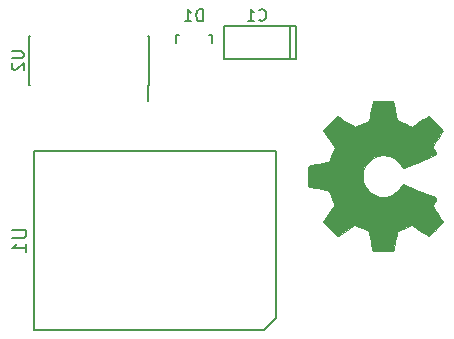
<source format=gbo>
%FSLAX46Y46*%
G04 Gerber Fmt 4.6, Leading zero omitted, Abs format (unit mm)*
G04 Created by KiCad (PCBNEW (2014-10-27 BZR 5228)-product) date 5/3/2015 5:03:20 PM*
%MOMM*%
G01*
G04 APERTURE LIST*
%ADD10C,0.100000*%
%ADD11C,0.150000*%
%ADD12C,0.200000*%
%ADD13C,0.002540*%
%ADD14R,6.350000X1.016000*%
%ADD15R,7.366000X1.016000*%
%ADD16R,0.800100X0.800100*%
%ADD17R,0.406400X1.397000*%
%ADD18R,0.600000X1.500000*%
%ADD19R,1.950720X2.499360*%
G04 APERTURE END LIST*
D10*
D11*
X23592840Y-2651760D02*
X23641100Y-2651760D01*
X26391820Y-3352800D02*
X26391820Y-2651760D01*
X26391820Y-2651760D02*
X26142900Y-2651760D01*
X23592840Y-2651760D02*
X23392180Y-2651760D01*
X23392180Y-2651760D02*
X23392180Y-3352800D01*
D12*
X31826200Y-26622500D02*
X30826200Y-27622500D01*
X30826200Y-27622500D02*
X11353800Y-27622500D01*
X11353800Y-27622500D02*
X11353800Y-12509500D01*
X11353800Y-12509500D02*
X31826200Y-12509500D01*
X31826200Y-12509500D02*
X31826200Y-26622500D01*
D11*
X21077000Y-6901000D02*
X20972000Y-6901000D01*
X21077000Y-2751000D02*
X20972000Y-2751000D01*
X10927000Y-2751000D02*
X11032000Y-2751000D01*
X10927000Y-6901000D02*
X11032000Y-6901000D01*
X21077000Y-6901000D02*
X21077000Y-2751000D01*
X10927000Y-6901000D02*
X10927000Y-2751000D01*
X20972000Y-6901000D02*
X20972000Y-8276000D01*
X33020000Y-4699000D02*
X33020000Y-1905000D01*
X33528000Y-4699000D02*
X27432000Y-4699000D01*
X27432000Y-4699000D02*
X27432000Y-1905000D01*
X27432000Y-1905000D02*
X33528000Y-1905000D01*
X33528000Y-1905000D02*
X33528000Y-4699000D01*
D13*
G36*
X45963840Y-10754360D02*
X45928280Y-10822940D01*
X45834300Y-10970260D01*
X45697140Y-11183620D01*
X45526960Y-11432540D01*
X45356780Y-11684000D01*
X45219620Y-11892280D01*
X45125640Y-12037060D01*
X45092620Y-12098020D01*
X45105320Y-12128500D01*
X45163740Y-12250420D01*
X45252640Y-12423140D01*
X45303440Y-12522200D01*
X45374560Y-12682220D01*
X45387260Y-12760960D01*
X45364400Y-12773660D01*
X45242480Y-12832080D01*
X45036740Y-12923520D01*
X44759880Y-13045440D01*
X44437300Y-13182600D01*
X44089320Y-13329920D01*
X43736260Y-13477240D01*
X43398440Y-13616940D01*
X43093640Y-13741400D01*
X42847260Y-13840460D01*
X42674540Y-13906500D01*
X42600880Y-13929360D01*
X42585640Y-13921740D01*
X42506900Y-13843000D01*
X42402760Y-13703300D01*
X42158920Y-13403580D01*
X41790620Y-13106400D01*
X41368980Y-12926060D01*
X40901620Y-12867640D01*
X40467280Y-12918440D01*
X40050720Y-13088620D01*
X39677340Y-13378180D01*
X39397940Y-13731240D01*
X39222680Y-14142720D01*
X39166800Y-14605000D01*
X39215060Y-15046960D01*
X39382700Y-15473680D01*
X39667180Y-15847060D01*
X39850060Y-16004540D01*
X40231060Y-16222980D01*
X40637460Y-16347440D01*
X40741600Y-16360140D01*
X41186100Y-16342360D01*
X41612820Y-16210280D01*
X41996360Y-15974060D01*
X42308780Y-15648940D01*
X42339260Y-15608300D01*
X42451020Y-15455900D01*
X42529760Y-15354300D01*
X42595800Y-15275560D01*
X43962320Y-15841980D01*
X44180760Y-15933420D01*
X44554140Y-16088360D01*
X44874180Y-16225520D01*
X45130720Y-16334740D01*
X45303440Y-16410940D01*
X45372020Y-16443960D01*
X45374560Y-16449040D01*
X45384720Y-16497300D01*
X45346620Y-16603980D01*
X45252640Y-16791940D01*
X45189140Y-16918940D01*
X45118020Y-17063720D01*
X45092620Y-17129760D01*
X45123100Y-17185640D01*
X45214540Y-17325340D01*
X45349160Y-17528540D01*
X45514260Y-17772380D01*
X45674280Y-18003520D01*
X45813980Y-18219420D01*
X45915580Y-18376900D01*
X45956220Y-18450560D01*
X45956220Y-18463260D01*
X45918120Y-18531840D01*
X45813980Y-18653760D01*
X45638720Y-18839180D01*
X45379640Y-19103340D01*
X45339000Y-19143980D01*
X45118020Y-19359880D01*
X44935140Y-19535140D01*
X44803060Y-19654520D01*
X44742100Y-19695160D01*
X44742100Y-19695160D01*
X44668440Y-19657060D01*
X44513500Y-19558000D01*
X44295060Y-19415760D01*
X44041060Y-19243040D01*
X43383200Y-18790920D01*
X42763440Y-19039840D01*
X42572940Y-19116040D01*
X42341800Y-19212560D01*
X42179240Y-19286220D01*
X42105580Y-19321780D01*
X42082720Y-19390360D01*
X42042080Y-19560540D01*
X41991280Y-19804380D01*
X41935400Y-20099020D01*
X41884600Y-20378420D01*
X41836340Y-20632420D01*
X41800780Y-20815300D01*
X41785540Y-20896580D01*
X41772840Y-20916900D01*
X41732200Y-20932140D01*
X41648380Y-20944840D01*
X41493440Y-20949920D01*
X41252140Y-20952460D01*
X40901620Y-20952460D01*
X40863520Y-20952460D01*
X40528240Y-20949920D01*
X40264080Y-20944840D01*
X40088820Y-20934680D01*
X40020240Y-20924520D01*
X40020240Y-20921980D01*
X39999920Y-20843240D01*
X39961820Y-20665440D01*
X39913560Y-20411440D01*
X39855140Y-20111720D01*
X39852600Y-20091400D01*
X39794180Y-19791680D01*
X39740840Y-19540220D01*
X39700200Y-19364960D01*
X39677340Y-19288760D01*
X39657020Y-19273520D01*
X39540180Y-19212560D01*
X39352220Y-19128740D01*
X39126160Y-19027140D01*
X38889940Y-18930620D01*
X38679120Y-18844260D01*
X38519100Y-18788380D01*
X38447980Y-18770600D01*
X38445440Y-18770600D01*
X38374320Y-18816320D01*
X38219380Y-18920460D01*
X38003480Y-19067780D01*
X37746940Y-19240500D01*
X37726620Y-19255740D01*
X37472620Y-19428460D01*
X37259260Y-19568160D01*
X37106860Y-19662140D01*
X37038280Y-19695160D01*
X37033200Y-19695160D01*
X36957000Y-19639280D01*
X36812220Y-19509740D01*
X36619180Y-19324320D01*
X36395660Y-19100800D01*
X36324540Y-19029680D01*
X36085780Y-18783300D01*
X35925760Y-18613120D01*
X35841940Y-18506440D01*
X35824160Y-18455640D01*
X35826700Y-18453100D01*
X35872420Y-18376900D01*
X35976560Y-18216880D01*
X36123880Y-17998440D01*
X36299140Y-17741900D01*
X36311840Y-17721580D01*
X36482020Y-17470120D01*
X36626800Y-17256760D01*
X36725860Y-17106900D01*
X36766500Y-17040860D01*
X36766500Y-17030700D01*
X36736020Y-16926560D01*
X36672520Y-16746220D01*
X36586160Y-16525240D01*
X36492180Y-16289020D01*
X36400740Y-16075660D01*
X36327080Y-15915640D01*
X36286440Y-15839440D01*
X36281360Y-15839440D01*
X36189920Y-15811500D01*
X36001960Y-15768320D01*
X35740340Y-15714980D01*
X35427920Y-15654020D01*
X35379660Y-15646400D01*
X35074860Y-15587980D01*
X34825940Y-15539720D01*
X34653220Y-15504160D01*
X34582100Y-15486380D01*
X34571940Y-15443200D01*
X34561780Y-15295880D01*
X34556700Y-15069820D01*
X34551620Y-14798040D01*
X34554160Y-14508480D01*
X34561780Y-14229080D01*
X34569400Y-13987780D01*
X34582100Y-13817600D01*
X34594800Y-13746480D01*
X34599880Y-13743940D01*
X34693860Y-13716000D01*
X34884360Y-13675360D01*
X35145980Y-13622020D01*
X35458400Y-13561060D01*
X35514280Y-13550900D01*
X35814000Y-13495020D01*
X36062920Y-13444220D01*
X36233100Y-13406120D01*
X36299140Y-13388340D01*
X36314380Y-13360400D01*
X36367720Y-13235940D01*
X36451540Y-13032740D01*
X36553140Y-12783820D01*
X36789360Y-12202160D01*
X36299140Y-11488420D01*
X36255960Y-11424920D01*
X36080700Y-11168380D01*
X35941000Y-10957560D01*
X35847020Y-10810240D01*
X35811460Y-10749280D01*
X35814000Y-10744200D01*
X35877500Y-10673080D01*
X36009580Y-10533380D01*
X36197540Y-10340340D01*
X36421060Y-10114280D01*
X36586160Y-9949180D01*
X36786820Y-9753600D01*
X36921440Y-9629140D01*
X37007800Y-9560560D01*
X37058600Y-9535160D01*
X37094160Y-9542780D01*
X37167820Y-9588500D01*
X37322760Y-9692640D01*
X37541200Y-9839960D01*
X37792660Y-10012680D01*
X38003480Y-10154920D01*
X38242240Y-10309860D01*
X38412420Y-10411460D01*
X38496240Y-10447020D01*
X38531800Y-10436860D01*
X38671500Y-10388600D01*
X38882320Y-10302240D01*
X39133780Y-10195560D01*
X39697660Y-9949180D01*
X39768780Y-9578340D01*
X39809420Y-9354820D01*
X39870380Y-9039860D01*
X39928800Y-8740140D01*
X40020240Y-8272780D01*
X41742360Y-8255000D01*
X41772840Y-8328660D01*
X41790620Y-8397240D01*
X41828720Y-8569960D01*
X41879520Y-8818880D01*
X41932860Y-9110980D01*
X41981120Y-9359900D01*
X42026840Y-9611360D01*
X42062400Y-9791700D01*
X42080180Y-9870440D01*
X42105580Y-9890760D01*
X42227500Y-9954260D01*
X42420540Y-10043160D01*
X42654220Y-10142220D01*
X42895520Y-10243820D01*
X43116500Y-10330180D01*
X43286680Y-10393680D01*
X43373040Y-10416540D01*
X43439080Y-10380980D01*
X43586400Y-10287000D01*
X43797220Y-10147300D01*
X44046140Y-9977120D01*
X44295060Y-9806940D01*
X44508420Y-9664700D01*
X44663360Y-9563100D01*
X44731940Y-9522460D01*
X44780200Y-9542780D01*
X44899580Y-9641840D01*
X45095160Y-9829800D01*
X45372020Y-10109200D01*
X45417740Y-10154920D01*
X45631100Y-10378440D01*
X45803820Y-10566400D01*
X45920660Y-10698480D01*
X45963840Y-10754360D01*
X45963840Y-10754360D01*
G37*
X45963840Y-10754360D02*
X45928280Y-10822940D01*
X45834300Y-10970260D01*
X45697140Y-11183620D01*
X45526960Y-11432540D01*
X45356780Y-11684000D01*
X45219620Y-11892280D01*
X45125640Y-12037060D01*
X45092620Y-12098020D01*
X45105320Y-12128500D01*
X45163740Y-12250420D01*
X45252640Y-12423140D01*
X45303440Y-12522200D01*
X45374560Y-12682220D01*
X45387260Y-12760960D01*
X45364400Y-12773660D01*
X45242480Y-12832080D01*
X45036740Y-12923520D01*
X44759880Y-13045440D01*
X44437300Y-13182600D01*
X44089320Y-13329920D01*
X43736260Y-13477240D01*
X43398440Y-13616940D01*
X43093640Y-13741400D01*
X42847260Y-13840460D01*
X42674540Y-13906500D01*
X42600880Y-13929360D01*
X42585640Y-13921740D01*
X42506900Y-13843000D01*
X42402760Y-13703300D01*
X42158920Y-13403580D01*
X41790620Y-13106400D01*
X41368980Y-12926060D01*
X40901620Y-12867640D01*
X40467280Y-12918440D01*
X40050720Y-13088620D01*
X39677340Y-13378180D01*
X39397940Y-13731240D01*
X39222680Y-14142720D01*
X39166800Y-14605000D01*
X39215060Y-15046960D01*
X39382700Y-15473680D01*
X39667180Y-15847060D01*
X39850060Y-16004540D01*
X40231060Y-16222980D01*
X40637460Y-16347440D01*
X40741600Y-16360140D01*
X41186100Y-16342360D01*
X41612820Y-16210280D01*
X41996360Y-15974060D01*
X42308780Y-15648940D01*
X42339260Y-15608300D01*
X42451020Y-15455900D01*
X42529760Y-15354300D01*
X42595800Y-15275560D01*
X43962320Y-15841980D01*
X44180760Y-15933420D01*
X44554140Y-16088360D01*
X44874180Y-16225520D01*
X45130720Y-16334740D01*
X45303440Y-16410940D01*
X45372020Y-16443960D01*
X45374560Y-16449040D01*
X45384720Y-16497300D01*
X45346620Y-16603980D01*
X45252640Y-16791940D01*
X45189140Y-16918940D01*
X45118020Y-17063720D01*
X45092620Y-17129760D01*
X45123100Y-17185640D01*
X45214540Y-17325340D01*
X45349160Y-17528540D01*
X45514260Y-17772380D01*
X45674280Y-18003520D01*
X45813980Y-18219420D01*
X45915580Y-18376900D01*
X45956220Y-18450560D01*
X45956220Y-18463260D01*
X45918120Y-18531840D01*
X45813980Y-18653760D01*
X45638720Y-18839180D01*
X45379640Y-19103340D01*
X45339000Y-19143980D01*
X45118020Y-19359880D01*
X44935140Y-19535140D01*
X44803060Y-19654520D01*
X44742100Y-19695160D01*
X44742100Y-19695160D01*
X44668440Y-19657060D01*
X44513500Y-19558000D01*
X44295060Y-19415760D01*
X44041060Y-19243040D01*
X43383200Y-18790920D01*
X42763440Y-19039840D01*
X42572940Y-19116040D01*
X42341800Y-19212560D01*
X42179240Y-19286220D01*
X42105580Y-19321780D01*
X42082720Y-19390360D01*
X42042080Y-19560540D01*
X41991280Y-19804380D01*
X41935400Y-20099020D01*
X41884600Y-20378420D01*
X41836340Y-20632420D01*
X41800780Y-20815300D01*
X41785540Y-20896580D01*
X41772840Y-20916900D01*
X41732200Y-20932140D01*
X41648380Y-20944840D01*
X41493440Y-20949920D01*
X41252140Y-20952460D01*
X40901620Y-20952460D01*
X40863520Y-20952460D01*
X40528240Y-20949920D01*
X40264080Y-20944840D01*
X40088820Y-20934680D01*
X40020240Y-20924520D01*
X40020240Y-20921980D01*
X39999920Y-20843240D01*
X39961820Y-20665440D01*
X39913560Y-20411440D01*
X39855140Y-20111720D01*
X39852600Y-20091400D01*
X39794180Y-19791680D01*
X39740840Y-19540220D01*
X39700200Y-19364960D01*
X39677340Y-19288760D01*
X39657020Y-19273520D01*
X39540180Y-19212560D01*
X39352220Y-19128740D01*
X39126160Y-19027140D01*
X38889940Y-18930620D01*
X38679120Y-18844260D01*
X38519100Y-18788380D01*
X38447980Y-18770600D01*
X38445440Y-18770600D01*
X38374320Y-18816320D01*
X38219380Y-18920460D01*
X38003480Y-19067780D01*
X37746940Y-19240500D01*
X37726620Y-19255740D01*
X37472620Y-19428460D01*
X37259260Y-19568160D01*
X37106860Y-19662140D01*
X37038280Y-19695160D01*
X37033200Y-19695160D01*
X36957000Y-19639280D01*
X36812220Y-19509740D01*
X36619180Y-19324320D01*
X36395660Y-19100800D01*
X36324540Y-19029680D01*
X36085780Y-18783300D01*
X35925760Y-18613120D01*
X35841940Y-18506440D01*
X35824160Y-18455640D01*
X35826700Y-18453100D01*
X35872420Y-18376900D01*
X35976560Y-18216880D01*
X36123880Y-17998440D01*
X36299140Y-17741900D01*
X36311840Y-17721580D01*
X36482020Y-17470120D01*
X36626800Y-17256760D01*
X36725860Y-17106900D01*
X36766500Y-17040860D01*
X36766500Y-17030700D01*
X36736020Y-16926560D01*
X36672520Y-16746220D01*
X36586160Y-16525240D01*
X36492180Y-16289020D01*
X36400740Y-16075660D01*
X36327080Y-15915640D01*
X36286440Y-15839440D01*
X36281360Y-15839440D01*
X36189920Y-15811500D01*
X36001960Y-15768320D01*
X35740340Y-15714980D01*
X35427920Y-15654020D01*
X35379660Y-15646400D01*
X35074860Y-15587980D01*
X34825940Y-15539720D01*
X34653220Y-15504160D01*
X34582100Y-15486380D01*
X34571940Y-15443200D01*
X34561780Y-15295880D01*
X34556700Y-15069820D01*
X34551620Y-14798040D01*
X34554160Y-14508480D01*
X34561780Y-14229080D01*
X34569400Y-13987780D01*
X34582100Y-13817600D01*
X34594800Y-13746480D01*
X34599880Y-13743940D01*
X34693860Y-13716000D01*
X34884360Y-13675360D01*
X35145980Y-13622020D01*
X35458400Y-13561060D01*
X35514280Y-13550900D01*
X35814000Y-13495020D01*
X36062920Y-13444220D01*
X36233100Y-13406120D01*
X36299140Y-13388340D01*
X36314380Y-13360400D01*
X36367720Y-13235940D01*
X36451540Y-13032740D01*
X36553140Y-12783820D01*
X36789360Y-12202160D01*
X36299140Y-11488420D01*
X36255960Y-11424920D01*
X36080700Y-11168380D01*
X35941000Y-10957560D01*
X35847020Y-10810240D01*
X35811460Y-10749280D01*
X35814000Y-10744200D01*
X35877500Y-10673080D01*
X36009580Y-10533380D01*
X36197540Y-10340340D01*
X36421060Y-10114280D01*
X36586160Y-9949180D01*
X36786820Y-9753600D01*
X36921440Y-9629140D01*
X37007800Y-9560560D01*
X37058600Y-9535160D01*
X37094160Y-9542780D01*
X37167820Y-9588500D01*
X37322760Y-9692640D01*
X37541200Y-9839960D01*
X37792660Y-10012680D01*
X38003480Y-10154920D01*
X38242240Y-10309860D01*
X38412420Y-10411460D01*
X38496240Y-10447020D01*
X38531800Y-10436860D01*
X38671500Y-10388600D01*
X38882320Y-10302240D01*
X39133780Y-10195560D01*
X39697660Y-9949180D01*
X39768780Y-9578340D01*
X39809420Y-9354820D01*
X39870380Y-9039860D01*
X39928800Y-8740140D01*
X40020240Y-8272780D01*
X41742360Y-8255000D01*
X41772840Y-8328660D01*
X41790620Y-8397240D01*
X41828720Y-8569960D01*
X41879520Y-8818880D01*
X41932860Y-9110980D01*
X41981120Y-9359900D01*
X42026840Y-9611360D01*
X42062400Y-9791700D01*
X42080180Y-9870440D01*
X42105580Y-9890760D01*
X42227500Y-9954260D01*
X42420540Y-10043160D01*
X42654220Y-10142220D01*
X42895520Y-10243820D01*
X43116500Y-10330180D01*
X43286680Y-10393680D01*
X43373040Y-10416540D01*
X43439080Y-10380980D01*
X43586400Y-10287000D01*
X43797220Y-10147300D01*
X44046140Y-9977120D01*
X44295060Y-9806940D01*
X44508420Y-9664700D01*
X44663360Y-9563100D01*
X44731940Y-9522460D01*
X44780200Y-9542780D01*
X44899580Y-9641840D01*
X45095160Y-9829800D01*
X45372020Y-10109200D01*
X45417740Y-10154920D01*
X45631100Y-10378440D01*
X45803820Y-10566400D01*
X45920660Y-10698480D01*
X45963840Y-10754360D01*
D11*
X25630095Y-1504381D02*
X25630095Y-504381D01*
X25392000Y-504381D01*
X25249142Y-552000D01*
X25153904Y-647238D01*
X25106285Y-742476D01*
X25058666Y-932952D01*
X25058666Y-1075810D01*
X25106285Y-1266286D01*
X25153904Y-1361524D01*
X25249142Y-1456762D01*
X25392000Y-1504381D01*
X25630095Y-1504381D01*
X24106285Y-1504381D02*
X24677714Y-1504381D01*
X24392000Y-1504381D02*
X24392000Y-504381D01*
X24487238Y-647238D01*
X24582476Y-742476D01*
X24677714Y-790095D01*
D12*
X9496657Y-19151714D02*
X10468086Y-19151714D01*
X10582371Y-19208857D01*
X10639514Y-19266000D01*
X10696657Y-19380286D01*
X10696657Y-19608857D01*
X10639514Y-19723143D01*
X10582371Y-19780286D01*
X10468086Y-19837429D01*
X9496657Y-19837429D01*
X10696657Y-21037429D02*
X10696657Y-20351714D01*
X10696657Y-20694572D02*
X9496657Y-20694572D01*
X9668086Y-20580286D01*
X9782371Y-20466000D01*
X9839514Y-20351714D01*
D11*
X9454381Y-4064095D02*
X10263905Y-4064095D01*
X10359143Y-4111714D01*
X10406762Y-4159333D01*
X10454381Y-4254571D01*
X10454381Y-4445048D01*
X10406762Y-4540286D01*
X10359143Y-4587905D01*
X10263905Y-4635524D01*
X9454381Y-4635524D01*
X9549619Y-5064095D02*
X9502000Y-5111714D01*
X9454381Y-5206952D01*
X9454381Y-5445048D01*
X9502000Y-5540286D01*
X9549619Y-5587905D01*
X9644857Y-5635524D01*
X9740095Y-5635524D01*
X9882952Y-5587905D01*
X10454381Y-5016476D01*
X10454381Y-5635524D01*
X30392666Y-1373143D02*
X30440285Y-1420762D01*
X30583142Y-1468381D01*
X30678380Y-1468381D01*
X30821238Y-1420762D01*
X30916476Y-1325524D01*
X30964095Y-1230286D01*
X31011714Y-1039810D01*
X31011714Y-896952D01*
X30964095Y-706476D01*
X30916476Y-611238D01*
X30821238Y-516000D01*
X30678380Y-468381D01*
X30583142Y-468381D01*
X30440285Y-516000D01*
X30392666Y-563619D01*
X29440285Y-1468381D02*
X30011714Y-1468381D01*
X29726000Y-1468381D02*
X29726000Y-468381D01*
X29821238Y-611238D01*
X29916476Y-706476D01*
X30011714Y-754095D01*
%LPC*%
D14*
X4191000Y-20320000D03*
D15*
X3683000Y-2540000D03*
D14*
X4191000Y-3810000D03*
X4191000Y-5080000D03*
X4191000Y-6350000D03*
X4191000Y-7620000D03*
X4191000Y-8890000D03*
X4191000Y-10160000D03*
X4191000Y-11430000D03*
X4191000Y-12700000D03*
X4191000Y-13970000D03*
X4191000Y-15240000D03*
X4191000Y-16510000D03*
X4191000Y-17780000D03*
X4191000Y-19050000D03*
X4191000Y-21590000D03*
X4191000Y-22860000D03*
X4191000Y-24130000D03*
X4191000Y-25400000D03*
D15*
X3683000Y-26670000D03*
D16*
X25842000Y-4302760D03*
X23942000Y-4302760D03*
X24892000Y-2303780D03*
D17*
X31115000Y-26416000D03*
X29845000Y-26416000D03*
X28575000Y-26416000D03*
X27305000Y-26416000D03*
X26035000Y-26416000D03*
X24765000Y-26416000D03*
X23495000Y-26416000D03*
X22225000Y-26416000D03*
X20955000Y-26416000D03*
X19685000Y-26416000D03*
X18415000Y-26416000D03*
X17145000Y-26416000D03*
X15875000Y-26416000D03*
X14605000Y-26416000D03*
X13335000Y-26416000D03*
X12065000Y-26416000D03*
X31115000Y-13716000D03*
X29845000Y-13716000D03*
X28575000Y-13716000D03*
X27305000Y-13716000D03*
X26035000Y-13716000D03*
X24765000Y-13716000D03*
X23495000Y-13716000D03*
X22225000Y-13716000D03*
X20955000Y-13716000D03*
X19685000Y-13716000D03*
X18415000Y-13716000D03*
X17145000Y-13716000D03*
X15875000Y-13716000D03*
X14605000Y-13716000D03*
X13335000Y-13716000D03*
X12065000Y-13716000D03*
D18*
X20447000Y-7526000D03*
X19177000Y-7526000D03*
X17907000Y-7526000D03*
X16637000Y-7526000D03*
X15367000Y-7526000D03*
X14097000Y-7526000D03*
X12827000Y-7526000D03*
X11557000Y-7526000D03*
X11557000Y-2126000D03*
X12827000Y-2126000D03*
X14097000Y-2126000D03*
X15367000Y-2126000D03*
X16637000Y-2126000D03*
X17907000Y-2126000D03*
X19177000Y-2126000D03*
X20447000Y-2126000D03*
D19*
X31750000Y-3302000D03*
X28702000Y-3302000D03*
M02*

</source>
